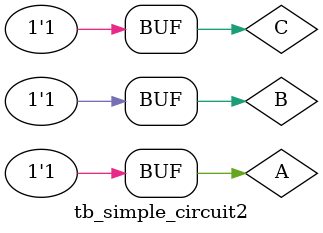
<source format=v>
module tb_simple_circuit2;
    wire D;
    reg A,B,C;
    simple_circuit2 M1(A,B,C,D,);
    initial 
    begin
        #20 A=1'b0;B=1'b0;C=1'b0;
        #20 A=1'b0;B=1'b0;C=1'b1;
        #20 A=1'b0;B=1'b1;C=1'b0;
        #20 A=1'b0;B=1'b1;C=1'b1;
        #20 A=1'b1;B=1'b0;C=1'b0;
        #20 A=1'b1;B=1'b0;C=1'b1;
        #20 A=1'b1;B=1'b1;C=1'b0;
        #20 A=1'b1;B=1'b1;C=1'b1;
    end
    initial
    begin
        $monitor($time, "a=%b, b=%b, c=%b, d=%b", A,B,C,D);
    end
    initial begin
        $dumpfile("simple2.vcd");
        $dumpvars(0,tb_simple_circuit2); 
    end
endmodule
</source>
